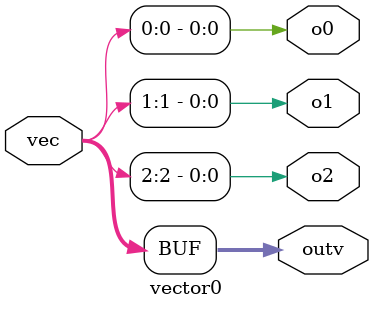
<source format=v>
module vector0 ( 
    input wire [2:0] vec,
    output wire [2:0] outv,
    output wire o2,
    output wire o1,
    output wire o0  ); // Module body starts after module declaration
    
    assign o0=vec[0];
    assign o1=vec[1];
    assign o2=vec[2];
    assign outv=vec;
    
endmodule

</source>
